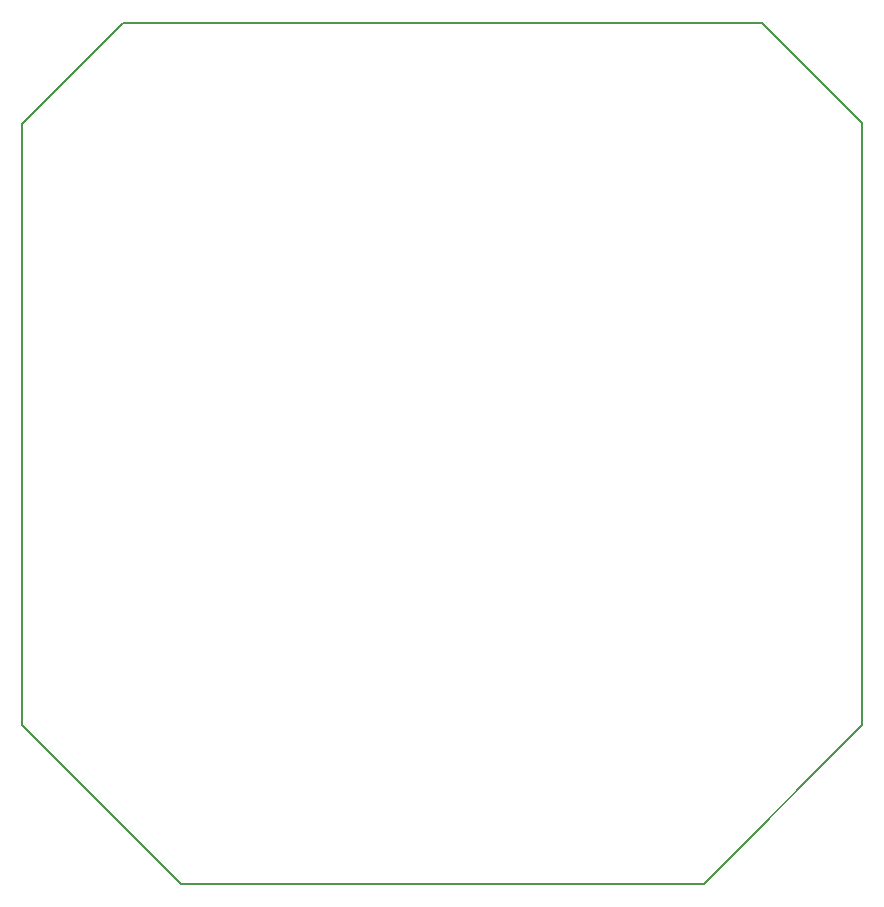
<source format=gbr>
G04 #@! TF.FileFunction,Profile,NP*
%FSLAX46Y46*%
G04 Gerber Fmt 4.6, Leading zero omitted, Abs format (unit mm)*
G04 Created by KiCad (PCBNEW 4.0.4-stable) date Sunday, April 30, 2017 'PMt' 09:47:11 PM*
%MOMM*%
%LPD*%
G01*
G04 APERTURE LIST*
%ADD10C,0.100000*%
%ADD11C,0.200000*%
G04 APERTURE END LIST*
D10*
D11*
X162560000Y-101752400D02*
X149123400Y-115189000D01*
X162560000Y-101727000D02*
X162560000Y-101752400D01*
X162560000Y-50774600D02*
X162560000Y-101727000D01*
X154051000Y-42265600D02*
X162560000Y-50774600D01*
X91440000Y-101752400D02*
X104876600Y-115189000D01*
X91440000Y-50774600D02*
X91440000Y-101752400D01*
X99949000Y-42265600D02*
X91465400Y-50749200D01*
X99949000Y-42265600D02*
X154051000Y-42265600D01*
X149110700Y-115201700D02*
X104889300Y-115201700D01*
M02*

</source>
